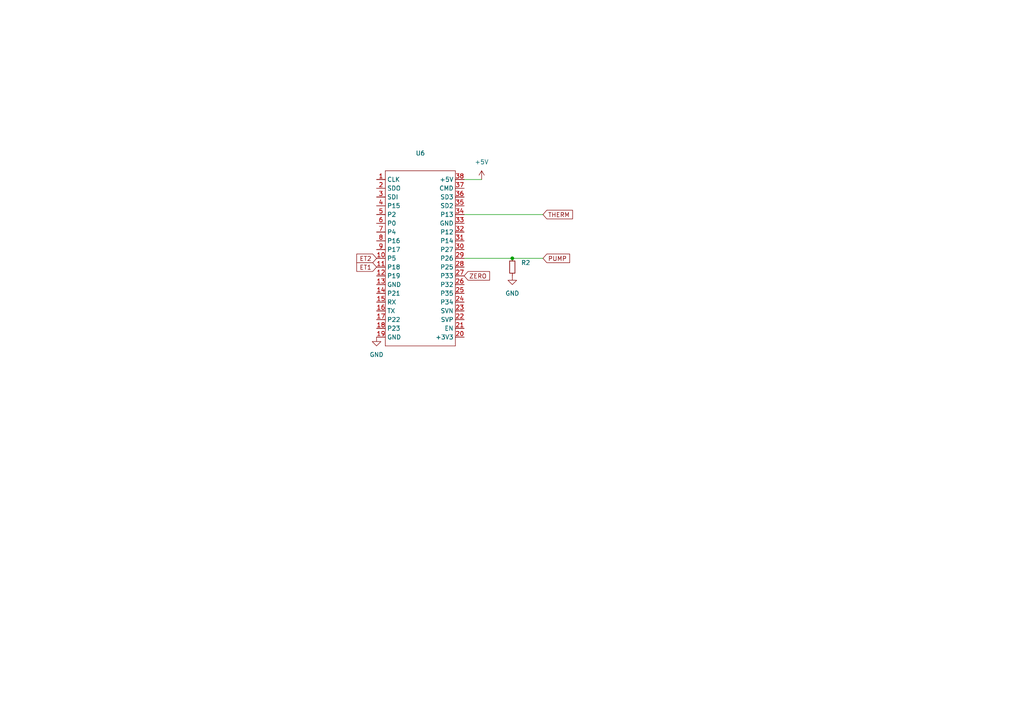
<source format=kicad_sch>
(kicad_sch (version 20211123) (generator eeschema)
  (paper "A4")
  (lib_symbols
    (symbol "Device:R_Small" (pin_numbers hide) (pin_names (offset 0.254) hide)
      (property "Reference" "R" (at 0.762 0.508 0))
      (property "Value" "R_Small" (at 0.762 -1.016 0))
      (symbol "R_Small_0_1"
        (rectangle (start -0.762 1.778) (end 0.762 -1.778) (stroke (width 0.2032)))
      )
      (symbol "R_Small_1_1"
        (pin passive line (at 0 2.54 270) (length 0.762) (name "~") (number "1"))
        (pin passive line (at 0 -2.54 90) (length 0.762) (name "~") (number "2"))
      )
    )
    (symbol "Userlibrary:ESP32-S"
      (property "Reference" "U" (at 0 0 0))
      (property "Value" "ESP32-S" (at 0 0 0))
      (symbol "ESP32-S_0_1"
        (polyline (pts (xy -10.16 -25.4) (xy 10.16 -25.4)))
        (polyline (pts (xy -10.16 -22.86) (xy -10.16 -25.4)))
        (polyline (pts (xy -10.16 -22.86) (xy -10.16 25.4)))
        (polyline (pts (xy 10.16 -25.4) (xy 10.16 25.4)))
        (polyline (pts (xy 10.16 25.4) (xy -10.16 25.4)))
      )
      (symbol "ESP32-S_1_1"
        (pin input line (at -12.7 22.86 0) (length 2.54) (name "CLK") (number "1"))
        (pin bidirectional line (at -12.7 0 0) (length 2.54) (name "P5") (number "10"))
        (pin bidirectional line (at -12.7 -2.54 0) (length 2.54) (name "P18") (number "11"))
        (pin bidirectional line (at -12.7 -5.08 0) (length 2.54) (name "P19") (number "12"))
        (pin power_in line (at -12.7 -7.62 0) (length 2.54) (name "GND") (number "13"))
        (pin input line (at -12.7 -10.16 0) (length 2.54) (name "P21") (number "14"))
        (pin input line (at -12.7 -12.7 0) (length 2.54) (name "RX") (number "15"))
        (pin input line (at -12.7 -15.24 0) (length 2.54) (name "TX") (number "16"))
        (pin input line (at -12.7 -17.78 0) (length 2.54) (name "P22") (number "17"))
        (pin bidirectional line (at -12.7 -20.32 0) (length 2.54) (name "P23") (number "18"))
        (pin power_in line (at -12.7 -22.86 0) (length 2.54) (name "GND") (number "19"))
        (pin input line (at -12.7 20.32 0) (length 2.54) (name "SDO") (number "2"))
        (pin power_out line (at 12.7 -22.86 180) (length 2.54) (name "+3V3") (number "20"))
        (pin input line (at 12.7 -20.32 180) (length 2.54) (name "EN") (number "21"))
        (pin input line (at 12.7 -17.78 180) (length 2.54) (name "SVP") (number "22"))
        (pin input line (at 12.7 -15.24 180) (length 2.54) (name "SVN") (number "23"))
        (pin bidirectional line (at 12.7 -12.7 180) (length 2.54) (name "P34") (number "24"))
        (pin bidirectional line (at 12.7 -10.16 180) (length 2.54) (name "P35") (number "25"))
        (pin bidirectional line (at 12.7 -7.62 180) (length 2.54) (name "P32") (number "26"))
        (pin bidirectional line (at 12.7 -5.08 180) (length 2.54) (name "P33") (number "27"))
        (pin bidirectional line (at 12.7 -2.54 180) (length 2.54) (name "P25") (number "28"))
        (pin bidirectional line (at 12.7 0 180) (length 2.54) (name "P26") (number "29"))
        (pin input line (at -12.7 17.78 0) (length 2.54) (name "SDI") (number "3"))
        (pin bidirectional line (at 12.7 2.54 180) (length 2.54) (name "P27") (number "30"))
        (pin bidirectional line (at 12.7 5.08 180) (length 2.54) (name "P14") (number "31"))
        (pin bidirectional line (at 12.7 7.62 180) (length 2.54) (name "P12") (number "32"))
        (pin power_in line (at 12.7 10.16 180) (length 2.54) (name "GND") (number "33"))
        (pin bidirectional line (at 12.7 12.7 180) (length 2.54) (name "P13") (number "34"))
        (pin input line (at 12.7 15.24 180) (length 2.54) (name "SD2") (number "35"))
        (pin input line (at 12.7 17.78 180) (length 2.54) (name "SD3") (number "36"))
        (pin input line (at 12.7 20.32 180) (length 2.54) (name "CMD") (number "37"))
        (pin power_in line (at 12.7 22.86 180) (length 2.54) (name "+5V") (number "38"))
        (pin bidirectional line (at -12.7 15.24 0) (length 2.54) (name "P15") (number "4"))
        (pin bidirectional line (at -12.7 12.7 0) (length 2.54) (name "P2") (number "5"))
        (pin input line (at -12.7 10.16 0) (length 2.54) (name "P0") (number "6"))
        (pin bidirectional line (at -12.7 7.62 0) (length 2.54) (name "P4") (number "7"))
        (pin bidirectional line (at -12.7 5.08 0) (length 2.54) (name "P16") (number "8"))
        (pin bidirectional line (at -12.7 2.54 0) (length 2.54) (name "P17") (number "9"))
      )
    )
    (symbol "power:+5V" (power) (pin_names (offset 0))
      (property "Value" "+5V" (at 0 3.556 0))
      (symbol "+5V_0_1"
        (polyline (pts (xy -0.762 1.27) (xy 0 2.54)))
        (polyline (pts (xy 0 0) (xy 0 2.54)))
        (polyline (pts (xy 0 2.54) (xy 0.762 1.27)))
      )
      (symbol "+5V_1_1"
        (pin power_in line (at 0 0 90) (length 0) hide (name "+5V") (number "1"))
      )
    )
    (symbol "power:GND" (power) (pin_names (offset 0))
      (property "Value" "GND" (at 0 -3.81 0))
      (symbol "GND_0_1"
        (polyline (pts (xy 0 0) (xy 0 -1.27) (xy 1.27 -1.27) (xy 0 -2.54) (xy -1.27 -1.27) (xy 0 -1.27)))
      )
      (symbol "GND_1_1"
        (pin power_in line (at 0 0 270) (length 0) hide (name "GND") (number "1"))
      )
    )
  )
  (junction (at 148.59 74.93))
  (wire (pts (xy 134.62 62.23) (xy 157.48 62.23)))
  (wire (pts (xy 157.48 74.93) (xy 148.59 74.93)))
  (wire (pts (xy 148.59 74.93) (xy 134.62 74.93)))
  (wire (pts (xy 134.62 52.07) (xy 139.7 52.07)))
  (global_label "ET2" (shape input) (at 109.22 74.93 180) (property "Intersheet References" "${INTERSHEET_REFS}" (effects hide)))
  (global_label "ZERO" (shape input) (at 134.62 80.01 0) (property "Intersheet References" "${INTERSHEET_REFS}" (effects hide)))
  (global_label "ET1" (shape input) (at 109.22 77.47 180) (property "Intersheet References" "${INTERSHEET_REFS}" (effects hide)))
  (global_label "PUMP" (shape input) (at 157.48 74.93 0) (property "Intersheet References" "${INTERSHEET_REFS}" (effects hide)))
  (global_label "THERM" (shape input) (at 157.48 62.23 0) (property "Intersheet References" "${INTERSHEET_REFS}" (effects hide)))
  (symbol (lib_id "power:GND") (at 148.59 80.01 0) (unit 1)
    (property "Reference" "#PWR0116" (effects hide))
    (property "Value" "GND" (at 148.59 85.09 0))
  )
  (symbol (lib_id "power:GND") (at 109.22 97.79 0) (unit 1)
    (property "Reference" "#PWR0117" (effects hide))
    (property "Value" "GND" (at 109.22 102.87 0))
  )
  (symbol (lib_id "Device:R_Small") (at 148.59 77.47 0) (unit 1)
    (property "Reference" "R2" (at 151.13 76.1999 0) (effects (justify left)))
  )
  (symbol (lib_id "Userlibrary:ESP32-S") (at 121.92 74.93 0) (unit 1)
    (property "Reference" "U6" (at 121.92 44.45 0))
  )
  (symbol (lib_id "power:+5V") (at 139.7 52.07 0) (unit 1)
    (property "Reference" "#PWR0115" (effects hide))
  )
)
</source>
